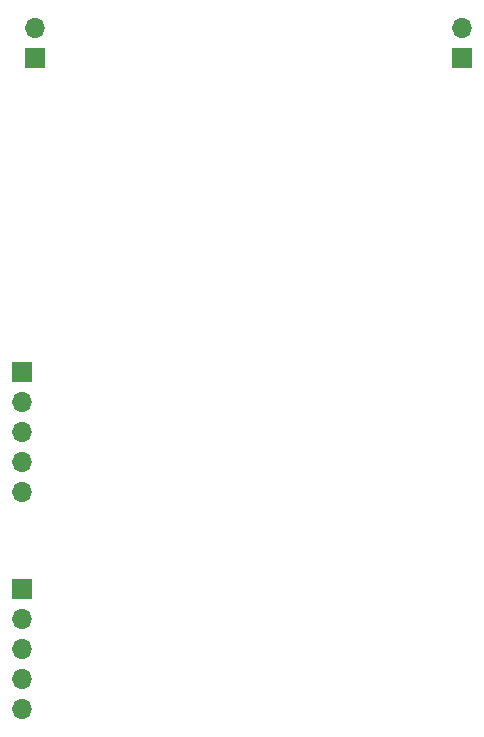
<source format=gbs>
G04 #@! TF.GenerationSoftware,KiCad,Pcbnew,(6.0.1)*
G04 #@! TF.CreationDate,2022-12-12T17:51:51+08:00*
G04 #@! TF.ProjectId,CRVisionController,43525669-7369-46f6-9e43-6f6e74726f6c,rev?*
G04 #@! TF.SameCoordinates,Original*
G04 #@! TF.FileFunction,Soldermask,Bot*
G04 #@! TF.FilePolarity,Negative*
%FSLAX46Y46*%
G04 Gerber Fmt 4.6, Leading zero omitted, Abs format (unit mm)*
G04 Created by KiCad (PCBNEW (6.0.1)) date 2022-12-12 17:51:51*
%MOMM*%
%LPD*%
G01*
G04 APERTURE LIST*
%ADD10R,1.700000X1.700000*%
%ADD11O,1.700000X1.700000*%
G04 APERTURE END LIST*
D10*
X92900000Y-62425000D03*
D11*
X92900000Y-64965000D03*
X92900000Y-67505000D03*
X92900000Y-70045000D03*
X92900000Y-72585000D03*
D10*
X130206000Y-35779000D03*
D11*
X130206000Y-33239000D03*
D10*
X94036000Y-35779000D03*
D11*
X94036000Y-33239000D03*
D10*
X92900000Y-80800000D03*
D11*
X92900000Y-83340000D03*
X92900000Y-85880000D03*
X92900000Y-88420000D03*
X92900000Y-90960000D03*
M02*

</source>
